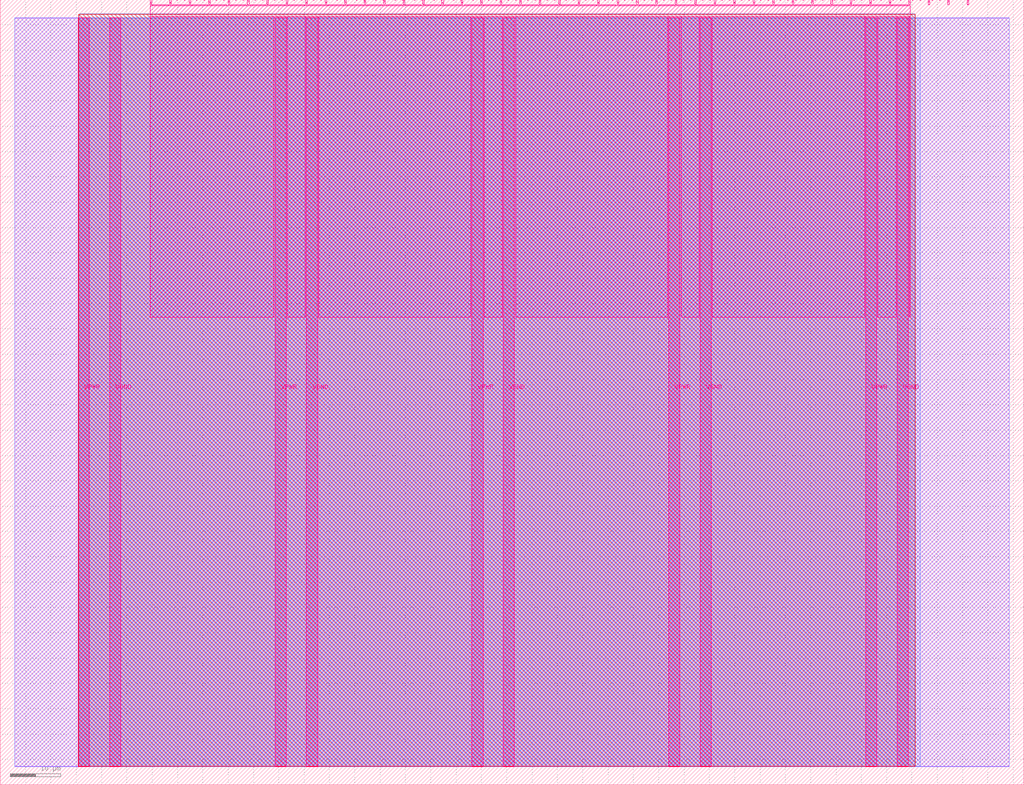
<source format=lef>
VERSION 5.7 ;
  NOWIREEXTENSIONATPIN ON ;
  DIVIDERCHAR "/" ;
  BUSBITCHARS "[]" ;
MACRO tt_um_b_12_array_multiplier
  CLASS BLOCK ;
  FOREIGN tt_um_b_12_array_multiplier ;
  ORIGIN 0.000 0.000 ;
  SIZE 202.080 BY 154.980 ;
  PIN VGND
    DIRECTION INOUT ;
    USE GROUND ;
    PORT
      LAYER Metal5 ;
        RECT 21.580 3.560 23.780 151.420 ;
    END
    PORT
      LAYER Metal5 ;
        RECT 60.450 3.560 62.650 151.420 ;
    END
    PORT
      LAYER Metal5 ;
        RECT 99.320 3.560 101.520 151.420 ;
    END
    PORT
      LAYER Metal5 ;
        RECT 138.190 3.560 140.390 151.420 ;
    END
    PORT
      LAYER Metal5 ;
        RECT 177.060 3.560 179.260 151.420 ;
    END
  END VGND
  PIN VPWR
    DIRECTION INOUT ;
    USE POWER ;
    PORT
      LAYER Metal5 ;
        RECT 15.380 3.560 17.580 151.420 ;
    END
    PORT
      LAYER Metal5 ;
        RECT 54.250 3.560 56.450 151.420 ;
    END
    PORT
      LAYER Metal5 ;
        RECT 93.120 3.560 95.320 151.420 ;
    END
    PORT
      LAYER Metal5 ;
        RECT 131.990 3.560 134.190 151.420 ;
    END
    PORT
      LAYER Metal5 ;
        RECT 170.860 3.560 173.060 151.420 ;
    END
  END VPWR
  PIN clk
    DIRECTION INPUT ;
    USE SIGNAL ;
    PORT
      LAYER Metal5 ;
        RECT 187.050 153.980 187.350 154.980 ;
    END
  END clk
  PIN ena
    DIRECTION INPUT ;
    USE SIGNAL ;
    PORT
      LAYER Metal5 ;
        RECT 190.890 153.980 191.190 154.980 ;
    END
  END ena
  PIN rst_n
    DIRECTION INPUT ;
    USE SIGNAL ;
    PORT
      LAYER Metal5 ;
        RECT 183.210 153.980 183.510 154.980 ;
    END
  END rst_n
  PIN ui_in[0]
    DIRECTION INPUT ;
    USE SIGNAL ;
    ANTENNAGATEAREA 0.314600 ;
    PORT
      LAYER Metal5 ;
        RECT 179.370 153.980 179.670 154.980 ;
    END
  END ui_in[0]
  PIN ui_in[1]
    DIRECTION INPUT ;
    USE SIGNAL ;
    ANTENNAGATEAREA 0.213200 ;
    PORT
      LAYER Metal5 ;
        RECT 175.530 153.980 175.830 154.980 ;
    END
  END ui_in[1]
  PIN ui_in[2]
    DIRECTION INPUT ;
    USE SIGNAL ;
    ANTENNAGATEAREA 0.213200 ;
    PORT
      LAYER Metal5 ;
        RECT 171.690 153.980 171.990 154.980 ;
    END
  END ui_in[2]
  PIN ui_in[3]
    DIRECTION INPUT ;
    USE SIGNAL ;
    ANTENNAGATEAREA 0.213200 ;
    PORT
      LAYER Metal5 ;
        RECT 167.850 153.980 168.150 154.980 ;
    END
  END ui_in[3]
  PIN ui_in[4]
    DIRECTION INPUT ;
    USE SIGNAL ;
    ANTENNAGATEAREA 0.213200 ;
    PORT
      LAYER Metal5 ;
        RECT 164.010 153.980 164.310 154.980 ;
    END
  END ui_in[4]
  PIN ui_in[5]
    DIRECTION INPUT ;
    USE SIGNAL ;
    ANTENNAGATEAREA 0.213200 ;
    PORT
      LAYER Metal5 ;
        RECT 160.170 153.980 160.470 154.980 ;
    END
  END ui_in[5]
  PIN ui_in[6]
    DIRECTION INPUT ;
    USE SIGNAL ;
    ANTENNAGATEAREA 0.314600 ;
    PORT
      LAYER Metal5 ;
        RECT 156.330 153.980 156.630 154.980 ;
    END
  END ui_in[6]
  PIN ui_in[7]
    DIRECTION INPUT ;
    USE SIGNAL ;
    ANTENNAGATEAREA 0.213200 ;
    PORT
      LAYER Metal5 ;
        RECT 152.490 153.980 152.790 154.980 ;
    END
  END ui_in[7]
  PIN uio_in[0]
    DIRECTION INPUT ;
    USE SIGNAL ;
    PORT
      LAYER Metal5 ;
        RECT 148.650 153.980 148.950 154.980 ;
    END
  END uio_in[0]
  PIN uio_in[1]
    DIRECTION INPUT ;
    USE SIGNAL ;
    PORT
      LAYER Metal5 ;
        RECT 144.810 153.980 145.110 154.980 ;
    END
  END uio_in[1]
  PIN uio_in[2]
    DIRECTION INPUT ;
    USE SIGNAL ;
    PORT
      LAYER Metal5 ;
        RECT 140.970 153.980 141.270 154.980 ;
    END
  END uio_in[2]
  PIN uio_in[3]
    DIRECTION INPUT ;
    USE SIGNAL ;
    PORT
      LAYER Metal5 ;
        RECT 137.130 153.980 137.430 154.980 ;
    END
  END uio_in[3]
  PIN uio_in[4]
    DIRECTION INPUT ;
    USE SIGNAL ;
    PORT
      LAYER Metal5 ;
        RECT 133.290 153.980 133.590 154.980 ;
    END
  END uio_in[4]
  PIN uio_in[5]
    DIRECTION INPUT ;
    USE SIGNAL ;
    PORT
      LAYER Metal5 ;
        RECT 129.450 153.980 129.750 154.980 ;
    END
  END uio_in[5]
  PIN uio_in[6]
    DIRECTION INPUT ;
    USE SIGNAL ;
    PORT
      LAYER Metal5 ;
        RECT 125.610 153.980 125.910 154.980 ;
    END
  END uio_in[6]
  PIN uio_in[7]
    DIRECTION INPUT ;
    USE SIGNAL ;
    PORT
      LAYER Metal5 ;
        RECT 121.770 153.980 122.070 154.980 ;
    END
  END uio_in[7]
  PIN uio_oe[0]
    DIRECTION OUTPUT ;
    USE SIGNAL ;
    ANTENNADIFFAREA 0.299200 ;
    PORT
      LAYER Metal5 ;
        RECT 56.490 153.980 56.790 154.980 ;
    END
  END uio_oe[0]
  PIN uio_oe[1]
    DIRECTION OUTPUT ;
    USE SIGNAL ;
    ANTENNADIFFAREA 0.299200 ;
    PORT
      LAYER Metal5 ;
        RECT 52.650 153.980 52.950 154.980 ;
    END
  END uio_oe[1]
  PIN uio_oe[2]
    DIRECTION OUTPUT ;
    USE SIGNAL ;
    ANTENNADIFFAREA 0.299200 ;
    PORT
      LAYER Metal5 ;
        RECT 48.810 153.980 49.110 154.980 ;
    END
  END uio_oe[2]
  PIN uio_oe[3]
    DIRECTION OUTPUT ;
    USE SIGNAL ;
    ANTENNADIFFAREA 0.299200 ;
    PORT
      LAYER Metal5 ;
        RECT 44.970 153.980 45.270 154.980 ;
    END
  END uio_oe[3]
  PIN uio_oe[4]
    DIRECTION OUTPUT ;
    USE SIGNAL ;
    ANTENNADIFFAREA 0.299200 ;
    PORT
      LAYER Metal5 ;
        RECT 41.130 153.980 41.430 154.980 ;
    END
  END uio_oe[4]
  PIN uio_oe[5]
    DIRECTION OUTPUT ;
    USE SIGNAL ;
    ANTENNADIFFAREA 0.299200 ;
    PORT
      LAYER Metal5 ;
        RECT 37.290 153.980 37.590 154.980 ;
    END
  END uio_oe[5]
  PIN uio_oe[6]
    DIRECTION OUTPUT ;
    USE SIGNAL ;
    ANTENNADIFFAREA 0.299200 ;
    PORT
      LAYER Metal5 ;
        RECT 33.450 153.980 33.750 154.980 ;
    END
  END uio_oe[6]
  PIN uio_oe[7]
    DIRECTION OUTPUT ;
    USE SIGNAL ;
    ANTENNADIFFAREA 0.299200 ;
    PORT
      LAYER Metal5 ;
        RECT 29.610 153.980 29.910 154.980 ;
    END
  END uio_oe[7]
  PIN uio_out[0]
    DIRECTION OUTPUT ;
    USE SIGNAL ;
    ANTENNADIFFAREA 0.299200 ;
    PORT
      LAYER Metal5 ;
        RECT 87.210 153.980 87.510 154.980 ;
    END
  END uio_out[0]
  PIN uio_out[1]
    DIRECTION OUTPUT ;
    USE SIGNAL ;
    ANTENNADIFFAREA 0.299200 ;
    PORT
      LAYER Metal5 ;
        RECT 83.370 153.980 83.670 154.980 ;
    END
  END uio_out[1]
  PIN uio_out[2]
    DIRECTION OUTPUT ;
    USE SIGNAL ;
    ANTENNADIFFAREA 0.299200 ;
    PORT
      LAYER Metal5 ;
        RECT 79.530 153.980 79.830 154.980 ;
    END
  END uio_out[2]
  PIN uio_out[3]
    DIRECTION OUTPUT ;
    USE SIGNAL ;
    ANTENNADIFFAREA 0.299200 ;
    PORT
      LAYER Metal5 ;
        RECT 75.690 153.980 75.990 154.980 ;
    END
  END uio_out[3]
  PIN uio_out[4]
    DIRECTION OUTPUT ;
    USE SIGNAL ;
    ANTENNADIFFAREA 0.299200 ;
    PORT
      LAYER Metal5 ;
        RECT 71.850 153.980 72.150 154.980 ;
    END
  END uio_out[4]
  PIN uio_out[5]
    DIRECTION OUTPUT ;
    USE SIGNAL ;
    ANTENNADIFFAREA 0.299200 ;
    PORT
      LAYER Metal5 ;
        RECT 68.010 153.980 68.310 154.980 ;
    END
  END uio_out[5]
  PIN uio_out[6]
    DIRECTION OUTPUT ;
    USE SIGNAL ;
    ANTENNADIFFAREA 0.299200 ;
    PORT
      LAYER Metal5 ;
        RECT 64.170 153.980 64.470 154.980 ;
    END
  END uio_out[6]
  PIN uio_out[7]
    DIRECTION OUTPUT ;
    USE SIGNAL ;
    ANTENNADIFFAREA 0.299200 ;
    PORT
      LAYER Metal5 ;
        RECT 60.330 153.980 60.630 154.980 ;
    END
  END uio_out[7]
  PIN uo_out[0]
    DIRECTION OUTPUT ;
    USE SIGNAL ;
    ANTENNADIFFAREA 0.654800 ;
    PORT
      LAYER Metal5 ;
        RECT 117.930 153.980 118.230 154.980 ;
    END
  END uo_out[0]
  PIN uo_out[1]
    DIRECTION OUTPUT ;
    USE SIGNAL ;
    ANTENNADIFFAREA 0.654800 ;
    PORT
      LAYER Metal5 ;
        RECT 114.090 153.980 114.390 154.980 ;
    END
  END uo_out[1]
  PIN uo_out[2]
    DIRECTION OUTPUT ;
    USE SIGNAL ;
    ANTENNADIFFAREA 0.654800 ;
    PORT
      LAYER Metal5 ;
        RECT 110.250 153.980 110.550 154.980 ;
    END
  END uo_out[2]
  PIN uo_out[3]
    DIRECTION OUTPUT ;
    USE SIGNAL ;
    ANTENNADIFFAREA 0.654800 ;
    PORT
      LAYER Metal5 ;
        RECT 106.410 153.980 106.710 154.980 ;
    END
  END uo_out[3]
  PIN uo_out[4]
    DIRECTION OUTPUT ;
    USE SIGNAL ;
    ANTENNADIFFAREA 0.654800 ;
    PORT
      LAYER Metal5 ;
        RECT 102.570 153.980 102.870 154.980 ;
    END
  END uo_out[4]
  PIN uo_out[5]
    DIRECTION OUTPUT ;
    USE SIGNAL ;
    ANTENNADIFFAREA 0.654800 ;
    PORT
      LAYER Metal5 ;
        RECT 98.730 153.980 99.030 154.980 ;
    END
  END uo_out[5]
  PIN uo_out[6]
    DIRECTION OUTPUT ;
    USE SIGNAL ;
    ANTENNADIFFAREA 0.654800 ;
    PORT
      LAYER Metal5 ;
        RECT 94.890 153.980 95.190 154.980 ;
    END
  END uo_out[6]
  PIN uo_out[7]
    DIRECTION OUTPUT ;
    USE SIGNAL ;
    ANTENNADIFFAREA 0.654800 ;
    PORT
      LAYER Metal5 ;
        RECT 91.050 153.980 91.350 154.980 ;
    END
  END uo_out[7]
  OBS
      LAYER GatPoly ;
        RECT 2.880 3.630 199.200 151.350 ;
      LAYER Metal1 ;
        RECT 2.880 3.560 199.200 151.420 ;
      LAYER Metal2 ;
        RECT 15.515 3.680 181.585 151.300 ;
      LAYER Metal3 ;
        RECT 15.560 3.635 180.580 152.185 ;
      LAYER Metal4 ;
        RECT 15.515 3.680 180.625 152.140 ;
      LAYER Metal5 ;
        RECT 30.120 153.770 33.240 153.980 ;
        RECT 33.960 153.770 37.080 153.980 ;
        RECT 37.800 153.770 40.920 153.980 ;
        RECT 41.640 153.770 44.760 153.980 ;
        RECT 45.480 153.770 48.600 153.980 ;
        RECT 49.320 153.770 52.440 153.980 ;
        RECT 53.160 153.770 56.280 153.980 ;
        RECT 57.000 153.770 60.120 153.980 ;
        RECT 60.840 153.770 63.960 153.980 ;
        RECT 64.680 153.770 67.800 153.980 ;
        RECT 68.520 153.770 71.640 153.980 ;
        RECT 72.360 153.770 75.480 153.980 ;
        RECT 76.200 153.770 79.320 153.980 ;
        RECT 80.040 153.770 83.160 153.980 ;
        RECT 83.880 153.770 87.000 153.980 ;
        RECT 87.720 153.770 90.840 153.980 ;
        RECT 91.560 153.770 94.680 153.980 ;
        RECT 95.400 153.770 98.520 153.980 ;
        RECT 99.240 153.770 102.360 153.980 ;
        RECT 103.080 153.770 106.200 153.980 ;
        RECT 106.920 153.770 110.040 153.980 ;
        RECT 110.760 153.770 113.880 153.980 ;
        RECT 114.600 153.770 117.720 153.980 ;
        RECT 118.440 153.770 121.560 153.980 ;
        RECT 122.280 153.770 125.400 153.980 ;
        RECT 126.120 153.770 129.240 153.980 ;
        RECT 129.960 153.770 133.080 153.980 ;
        RECT 133.800 153.770 136.920 153.980 ;
        RECT 137.640 153.770 140.760 153.980 ;
        RECT 141.480 153.770 144.600 153.980 ;
        RECT 145.320 153.770 148.440 153.980 ;
        RECT 149.160 153.770 152.280 153.980 ;
        RECT 153.000 153.770 156.120 153.980 ;
        RECT 156.840 153.770 159.960 153.980 ;
        RECT 160.680 153.770 163.800 153.980 ;
        RECT 164.520 153.770 167.640 153.980 ;
        RECT 168.360 153.770 171.480 153.980 ;
        RECT 172.200 153.770 175.320 153.980 ;
        RECT 176.040 153.770 179.160 153.980 ;
        RECT 29.660 151.630 179.620 153.770 ;
        RECT 29.660 92.255 54.040 151.630 ;
        RECT 56.660 92.255 60.240 151.630 ;
        RECT 62.860 92.255 92.910 151.630 ;
        RECT 95.530 92.255 99.110 151.630 ;
        RECT 101.730 92.255 131.780 151.630 ;
        RECT 134.400 92.255 137.980 151.630 ;
        RECT 140.600 92.255 170.650 151.630 ;
        RECT 173.270 92.255 176.850 151.630 ;
        RECT 179.470 92.255 179.620 151.630 ;
  END
END tt_um_b_12_array_multiplier
END LIBRARY


</source>
